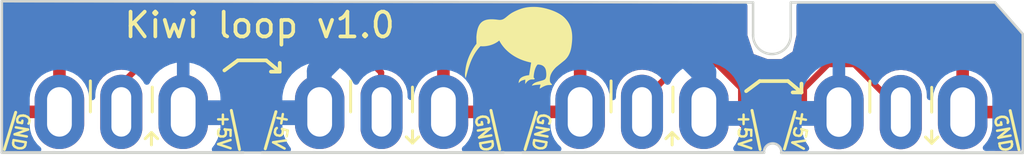
<source format=kicad_pcb>
(kicad_pcb (version 20211014) (generator pcbnew)
  (layers (0 "F.Cu" signal) (31 "B.Cu" signal) (34 "B.Paste" user) (35 "F.Paste" user) (36 "B.SilkS" user "B.Silkscreen") (37 "F.SilkS" user "F.Silkscreen") (38 "B.Mask" user) (39 "F.Mask" user) (44 "Edge.Cuts" user))
  (net 0 "")
  (net 1 "+5V")
  (net 2 "Net-(U4-Pad2)")
  (net 3 "GND")
  (net 4 "Net-(U2-Pad2)")
  (footprint "WS2812B_connector:WS2812B_strip_in" (layer "F.Cu") (at 135.3389 77.3096 180)
    (fp_text reference "U4" hide)
    (fp_text value "WS2812B_fromStrip" hide)
    (fp_text user "+5V" (at -4.1402 -0.254 270 unlocked) (layer "F.SilkS") (effects (font (size 0.5 0.5) (thickness 0.1))))
    (fp_text user "GND" (at 4.064 -0.3048 260 unlocked) (layer "F.SilkS") (effects (font (size 0.5 0.5) (thickness 0.1))))
    (fp_line (start 4.7244 -1.016) (end 4.2672 0.4826) (layer "F.SilkS") (width 0.12))
    (fp_line (start -0.9672 -0.5822) (end -1.2172 -0.3322) (layer "F.SilkS") (width 0.12))
    (fp_line (start -1.2172 -0.3322) (end -1.2172 -0.8322) (layer "F.SilkS") (width 0.12))
    (fp_line (start -4.7752 -1.016) (end -4.445 0.5588) (layer "F.SilkS") (width 0.12))
    (fp_line (start -1.25 0.5) (end -1.25 1.5) (layer "F.SilkS") (width 0.12))
    (fp_line (start 1.25 0.5) (end 1.25 1.75) (layer "F.SilkS") (width 0.12))
    (fp_line (start -1.2172 -0.3322) (end -1.4672 -0.5822) (layer "F.SilkS") (width 0.12))
    (fp_line (start -4.928 -1.143) (end 4.826 -1.143) (layer "Edge.Cuts") (width 0.12))
    (pad "1" thru_hole oval (at -2.5 0.5 180) (size 2 3) (drill oval 1 2) (layers *.Cu *.Mask) (net 1 "+5V"))
    (pad "2" thru_hole oval (at 0 0.5 180) (size 1.7 3) (drill oval 0.8 2) (layers *.Cu *.Mask) (net 2 "Net-(U4-Pad2)"))
    (pad "3" thru_hole oval (at 2.5 0.5 180) (size 2 3) (drill oval 1 2) (layers *.Cu *.Mask) (net 3 "GND"))
  )
  (footprint "WS2812B_connector:WS2812B_strip_out" (layer "F.Cu") (at 145.796 77.3176 180)
    (fp_text reference "U5" hide)
    (fp_text value "WS2812B_toStrip" hide)
    (fp_text user "GND" (at -4.1402 -0.3556 280 unlocked) (layer "F.SilkS") (effects (font (size 0.5 0.5) (thickness 0.1))))
    (fp_text user "+5V" (at 4.064 -0.2286 260 unlocked) (layer "F.SilkS") (effects (font (size 0.5 0.5) (thickness 0.1))))
    (fp_line (start -1.25 0.5) (end -1.25 1.5) (layer "F.SilkS") (width 0.12))
    (fp_line (start -1.25 -0.76) (end -1.25 -0.26) (layer "F.SilkS") (width 0.12))
    (fp_line (start -1.5 -0.51) (end -1.25 -0.76) (layer "F.SilkS") (width 0.12))
    (fp_line (start 4.699 -0.9906) (end 4.2672 0.508) (layer "F.SilkS") (width 0.12))
    (fp_line (start 1.25 0.5) (end 1.25 1.75) (layer "F.SilkS") (width 0.12))
    (fp_line (start -4.7752 -1.016) (end -4.4196 0.5588) (layer "F.SilkS") (width 0.12))
    (fp_line (start -1.25 -0.76) (end -1 -0.51) (layer "F.SilkS") (width 0.12))
    (fp_line (start -4.928 -1.143) (end 4.826 -1.143) (layer "Edge.Cuts") (width 0.12))
    (pad "1" thru_hole oval (at 2.5 0.5 180) (size 2 3) (drill oval 1 2) (layers *.Cu *.Mask) (net 1 "+5V"))
    (pad "2" thru_hole oval (at 0 0.5 180) (size 1.7 3) (drill oval 0.8 2) (layers *.Cu *.Mask) (net 2 "Net-(U4-Pad2)"))
    (pad "3" thru_hole oval (at -2.5 0.5 180) (size 2 3) (drill oval 1 2) (layers *.Cu *.Mask) (net 3 "GND"))
  )
  (footprint "WS2812B_connector:WS2812B_strip_out" (layer "F.Cu") (at 124.8156 77.3096 180)
    (fp_text reference "U7" hide)
    (fp_text value "WS2812B_toStrip" hide)
    (fp_text user "+5V" (at 4.064 -0.2286 260 unlocked) (layer "F.SilkS") (effects (font (size 0.5 0.5) (thickness 0.1))))
    (fp_text user "GND" (at -4.1402 -0.3556 280 unlocked) (layer "F.SilkS") (effects (font (size 0.5 0.5) (thickness 0.1))))
    (fp_line (start 1.25 0.5) (end 1.25 1.75) (layer "F.SilkS") (width 0.12))
    (fp_line (start -1.25 -0.76) (end -1.25 -0.26) (layer "F.SilkS") (width 0.12))
    (fp_line (start -1.25 -0.76) (end -1 -0.51) (layer "F.SilkS") (width 0.12))
    (fp_line (start -4.7752 -1.016) (end -4.4196 0.5588) (layer "F.SilkS") (width 0.12))
    (fp_line (start 4.699 -0.9906) (end 4.2672 0.508) (layer "F.SilkS") (width 0.12))
    (fp_line (start -1.5 -0.51) (end -1.25 -0.76) (layer "F.SilkS") (width 0.12))
    (fp_line (start -1.25 0.5) (end -1.25 1.5) (layer "F.SilkS") (width 0.12))
    (fp_line (start -4.928 -1.143) (end 4.826 -1.143) (layer "Edge.Cuts") (width 0.12))
    (pad "1" thru_hole oval (at 2.5 0.5 180) (size 2 3) (drill oval 1 2) (layers *.Cu *.Mask) (net 1 "+5V"))
    (pad "2" thru_hole oval (at 0 0.5 180) (size 1.7 3) (drill oval 0.8 2) (layers *.Cu *.Mask) (net 4 "Net-(U2-Pad2)"))
    (pad "3" thru_hole oval (at -2.5 0.5 180) (size 2 3) (drill oval 1 2) (layers *.Cu *.Mask) (net 3 "GND"))
  )
  (footprint "WS2812B_connector:WS2812B_strip_in" (layer "F.Cu") (at 114.3 77.3096 180)
    (fp_text reference "U2" hide)
    (fp_text value "WS2812B_fromStrip" hide)
    (fp_text user "+5V" (at -4.1402 -0.254 270 unlocked) (layer "F.SilkS") (effects (font (size 0.5 0.5) (thickness 0.1))))
    (fp_text user "GND" (at 4.064 -0.3048 260 unlocked) (layer "F.SilkS") (effects (font (size 0.5 0.5) (thickness 0.1))))
    (fp_line (start 1.25 0.5) (end 1.25 1.75) (layer "F.SilkS") (width 0.12))
    (fp_line (start -1.2172 -0.3322) (end -1.2172 -0.8322) (layer "F.SilkS") (width 0.12))
    (fp_line (start -1.2172 -0.3322) (end -1.4672 -0.5822) (layer "F.SilkS") (width 0.12))
    (fp_line (start -4.7752 -1.016) (end -4.445 0.5588) (layer "F.SilkS") (width 0.12))
    (fp_line (start -0.9672 -0.5822) (end -1.2172 -0.3322) (layer "F.SilkS") (width 0.12))
    (fp_line (start -1.25 0.5) (end -1.25 1.5) (layer "F.SilkS") (width 0.12))
    (fp_line (start 4.7244 -1.016) (end 4.2672 0.4826) (layer "F.SilkS") (width 0.12))
    (fp_line (start -4.928 -1.143) (end 4.826 -1.143) (layer "Edge.Cuts") (width 0.12))
    (pad "1" thru_hole oval (at -2.5 0.5 180) (size 2 3) (drill oval 1 2) (layers *.Cu *.Mask) (net 1 "+5V"))
    (pad "2" thru_hole oval (at 0 0.5 180) (size 1.7 3) (drill oval 0.8 2) (layers *.Cu *.Mask) (net 4 "Net-(U2-Pad2)"))
    (pad "3" thru_hole oval (at 2.5 0.5 180) (size 2 3) (drill oval 1 2) (layers *.Cu *.Mask) (net 3 "GND"))
  )
  (gr_line (start 141.7828 75.6666) (end 141.7828 76.0222) (layer "F.SilkS") (width 0.15))
  (gr_line (start 120.7008 74.8284) (end 120.7008 75.184) (layer "F.SilkS") (width 0.15))
  (gr_line (start 119.0117 74.7268) (end 120.1547 74.7268) (layer "F.SilkS") (width 0.15))
  (gr_line (start 141.7828 76.0222) (end 141.4272 76.0222) (layer "F.SilkS") (width 0.15))
  (gr_line (start 118.4656 75.1332) (end 119.0117 74.7268) (layer "F.SilkS") (width 0.15))
  (gr_line (start 139.5476 75.9714) (end 140.0937 75.565) (layer "F.SilkS") (width 0.15))
  (gr_line (start 120.7008 75.184) (end 120.3452 75.184) (layer "F.SilkS") (width 0.15))
  (gr_line (start 141.2367 75.565) (end 141.7828 76.0222) (layer "F.SilkS") (width 0.15))
  (gr_poly (pts (xy 131.047937 72.568331) (xy 131.111268 72.571713) (xy 131.179307 72.578448) (xy 131.251291 72.588482) (xy 131.326456 72.601758) (xy 131.404038 72.618222) (xy 131.483273 72.637817) (xy 131.563397 72.660489) (xy 131.643646 72.686183) (xy 131.723257 72.714843) (xy 131.801464 72.746413) (xy 131.877506 72.780839) (xy 131.950617 72.818065) (xy 132.020033 72.858035) (xy 132.084991 72.900695) (xy 132.144727 72.945988) (xy 132.198477 72.993861) (xy 132.247059 73.043729) (xy 132.291945 73.095362) (xy 132.333055 73.149069) (xy 132.370308 73.205155) (xy 132.403622 73.26393) (xy 132.432919 73.325701) (xy 132.458116 73.390775) (xy 132.479134 73.459461) (xy 132.495892 73.532066) (xy 132.508309 73.608898) (xy 132.516304 73.690264) (xy 132.519797 73.776473) (xy 132.518708 73.867832) (xy 132.512955 73.964649) (xy 132.502459 74.067231) (xy 132.487138 74.175886) (xy 132.478475 74.224992) (xy 132.468528 74.271501) (xy 132.457355 74.315522) (xy 132.445017 74.357166) (xy 132.431574 74.39654) (xy 132.417087 74.433755) (xy 132.401615 74.46892) (xy 132.385219 74.502145) (xy 132.36796 74.533537) (xy 132.349896 74.563208) (xy 132.331089 74.591266) (xy 132.311599 74.61782) (xy 132.291486 74.64298) (xy 132.27081 74.666855) (xy 132.228011 74.711188) (xy 131.871056 75.001519) (xy 131.83245 75.040744) (xy 131.797508 75.079178) (xy 131.766097 75.116874) (xy 131.738086 75.153886) (xy 131.713343 75.190264) (xy 131.691736 75.226063) (xy 131.673134 75.261335) (xy 131.657405 75.296132) (xy 131.644416 75.330508) (xy 131.634037 75.364515) (xy 131.626134 75.398205) (xy 131.620578 75.431632) (xy 131.617235 75.464848) (xy 131.615975 75.497906) (xy 131.616664 75.530858) (xy 131.619172 75.563758) (xy 131.620308 75.572492) (xy 131.621858 75.58082) (xy 131.62379 75.588753) (xy 131.626072 75.596305) (xy 131.628672 75.60349) (xy 131.631558 75.610319) (xy 131.634697 75.616807) (xy 131.638057 75.622967) (xy 131.641606 75.628811) (xy 131.645313 75.634353) (xy 131.649144 75.639605) (xy 131.653068 75.644581) (xy 131.657052 75.649294) (xy 131.661065 75.653757) (xy 131.669046 75.661985) (xy 131.676755 75.669369) (xy 131.683933 75.676015) (xy 131.690324 75.682027) (xy 131.69567 75.687509) (xy 131.697871 75.690084) (xy 131.699714 75.692566) (xy 131.701167 75.694968) (xy 131.702198 75.697303) (xy 131.702774 75.699585) (xy 131.702865 75.701825) (xy 131.702437 75.704038) (xy 131.701458 75.706236) (xy 131.699636 75.708963) (xy 131.697503 75.711424) (xy 131.69507 75.71363) (xy 131.69235 75.715596) (xy 131.689353 75.717334) (xy 131.686093 75.718857) (xy 131.678825 75.721311) (xy 131.670643 75.723062) (xy 131.661639 75.724214) (xy 131.651909 75.724871) (xy 131.641546 75.725138) (xy 131.619301 75.724914) (xy 131.59566 75.724375) (xy 131.571376 75.724354) (xy 131.55923 75.724798) (xy 131.547206 75.725683) (xy 131.534136 75.727196) (xy 131.521082 75.729186) (xy 131.508056 75.731625) (xy 131.495073 75.734485) (xy 131.46929 75.741352) (xy 131.443845 75.749562) (xy 131.418849 75.758888) (xy 131.394415 75.769104) (xy 131.370654 75.779983) (xy 131.347677 75.7913) (xy 131.325596 75.802827) (xy 131.304523 75.814339) (xy 131.265846 75.836411) (xy 131.23254 75.855705) (xy 131.218179 75.863744) (xy 131.205496 75.87041) (xy 131.206611 75.859996) (xy 131.207959 75.849636) (xy 131.211284 75.829061) (xy 131.215328 75.808647) (xy 131.219949 75.788356) (xy 131.225004 75.768153) (xy 131.23035 75.747999) (xy 131.241347 75.707691) (xy 131.196509 75.709588) (xy 131.151796 75.712125) (xy 131.107223 75.715484) (xy 131.062803 75.719846) (xy 131.018551 75.725392) (xy 130.97448 75.732304) (xy 130.930604 75.740763) (xy 130.886938 75.750951) (xy 130.894433 75.735807) (xy 130.903037 75.721575) (xy 130.91269 75.708215) (xy 130.923331 75.695686) (xy 130.934899 75.683945) (xy 130.947333 75.672952) (xy 130.960574 75.662666) (xy 130.97456 75.653045) (xy 131.004526 75.635632) (xy 131.036747 75.620384) (xy 131.070737 75.606971) (xy 131.106013 75.595061) (xy 131.142088 75.584326) (xy 131.178478 75.574433) (xy 131.250264 75.555856) (xy 131.284691 75.54651) (xy 131.317493 75.536686) (xy 131.348186 75.526053) (xy 131.376284 75.514281) (xy 131.393239 75.506216) (xy 131.402672 75.500662) (xy 131.412408 75.493619) (xy 131.422197 75.484731) (xy 131.431788 75.473642) (xy 131.440931 75.459996) (xy 131.449375 75.443439) (xy 131.456871 75.423613) (xy 131.463168 75.400164) (xy 131.468015 75.372735) (xy 131.471162 75.340971) (xy 131.472359 75.304515) (xy 131.471355 75.263013) (xy 131.467901 75.216107) (xy 131.461745 75.163443) (xy 131.457202 75.136564) (xy 131.451235 75.111542) (xy 131.443944 75.088312) (xy 131.435434 75.066809) (xy 131.425807 75.046965) (xy 131.415166 75.028717) (xy 131.403614 75.011997) (xy 131.391254 74.996739) (xy 131.378189 74.982879) (xy 131.364522 74.970349) (xy 131.350356 74.959085) (xy 131.335794 74.949019) (xy 131.320939 74.940087) (xy 131.305893 74.932223) (xy 131.290761 74.925359) (xy 131.275643 74.919432) (xy 131.260645 74.914374) (xy 131.245868 74.910119) (xy 131.21739 74.903759) (xy 131.191034 74.899823) (xy 131.167623 74.897785) (xy 131.147981 74.897118) (xy 131.132931 74.897293) (xy 131.119903 74.898066) (xy 131.107975 74.911588) (xy 131.096639 74.925963) (xy 131.085882 74.941122) (xy 131.075688 74.956996) (xy 131.066045 74.973516) (xy 131.056938 74.990612) (xy 131.040276 75.026257) (xy 131.025591 75.063378) (xy 131.01277 75.101421) (xy 131.001702 75.139834) (xy 130.992275 75.178062) (xy 130.984376 75.215552) (xy 130.977894 75.25175) (xy 130.972716 75.286104) (xy 130.968731 75.318059) (xy 130.963891 75.372561) (xy 130.962476 75.410829) (xy 130.962634 75.41361) (xy 130.963093 75.416277) (xy 130.963829 75.418838) (xy 130.964819 75.421301) (xy 130.966039 75.423672) (xy 130.967467 75.42596) (xy 130.969078 75.428171) (xy 130.97085 75.430313) (xy 130.972759 75.432393) (xy 130.974781 75.434419) (xy 130.979073 75.438339) (xy 130.987992 75.445853) (xy 130.992245 75.449566) (xy 130.996111 75.45333) (xy 130.997841 75.455249) (xy 130.999403 75.457203) (xy 131.000776 75.459199) (xy 131.001934 75.461244) (xy 131.002856 75.463347) (xy 131.003517 75.465513) (xy 131.003895 75.467752) (xy 131.003966 75.47007) (xy 131.003705 75.472474) (xy 131.003092 75.474973) (xy 131.0021 75.477573) (xy 131.000709 75.480282) (xy 130.999056 75.482762) (xy 130.997107 75.485002) (xy 130.994874 75.487013) (xy 130.992369 75.488808) (xy 130.989602 75.490399) (xy 130.986587 75.491799) (xy 130.979854 75.494071) (xy 130.972265 75.495722) (xy 130.963913 75.49685) (xy 130.954892 75.497553) (xy 130.945295 75.497926) (xy 130.903022 75.498085) (xy 130.89195 75.498279) (xy 130.880864 75.498728) (xy 130.869858 75.499532) (xy 130.859024 75.500787) (xy 130.841451 75.503943) (xy 130.824164 75.508337) (xy 130.807183 75.513949) (xy 130.79053 75.520759) (xy 130.774225 75.528745) (xy 130.758286 75.537887) (xy 130.742736 75.548165) (xy 130.727593 75.559557) (xy 130.712878 75.572045) (xy 130.698611 75.585606) (xy 130.684812 75.600221) (xy 130.671501 75.615868) (xy 130.658699 75.632528) (xy 130.646426 75.65018) (xy 130.634701 75.668803) (xy 130.623545 75.688376) (xy 130.622121 75.665474) (xy 130.621208 75.642597) (xy 130.62078 75.619736) (xy 130.620817 75.59688) (xy 130.621294 75.574018) (xy 130.622187 75.551138) (xy 130.623475 75.528231) (xy 130.625133 75.505285) (xy 130.585155 75.51438) (xy 130.565637 75.519156) (xy 130.546483 75.524244) (xy 130.527732 75.529763) (xy 130.509421 75.535832) (xy 130.491588 75.542571) (xy 130.474271 75.550099) (xy 130.457507 75.558535) (xy 130.441334 75.568) (xy 130.433481 75.573154) (xy 130.42579 75.578611) (xy 130.418266 75.584384) (xy 130.410913 75.590489) (xy 130.403737 75.59694) (xy 130.396741 75.603753) (xy 130.389931 75.610942) (xy 130.383311 75.618523) (xy 130.376886 75.626509) (xy 130.370661 75.634917) (xy 130.364641 75.64376) (xy 130.35883 75.653055) (xy 130.357484 75.63057) (xy 130.35772 75.609134) (xy 130.359472 75.588723) (xy 130.362676 75.56931) (xy 130.367267 75.550868) (xy 130.373179 75.533373) (xy 130.380348 75.516797) (xy 130.388709 75.501116) (xy 130.398197 75.486302) (xy 130.408746 75.47233) (xy 130.420293 75.459175) (xy 130.432772 75.446809) (xy 130.446118 75.435208) (xy 130.460265 75.424344) (xy 130.475151 75.414192) (xy 130.490708 75.404727) (xy 130.52358 75.38775) (xy 130.558361 75.373205) (xy 130.594533 75.360884) (xy 130.631576 75.35058) (xy 130.66897 75.342085) (xy 130.706195 75.335189) (xy 130.742732 75.329687) (xy 130.778062 75.325368) (xy 130.859024 74.817104) (xy 130.768272 74.797149) (xy 130.681508 74.774511) (xy 130.598657 74.749409) (xy 130.519648 74.722059) (xy 130.444409 74.692679) (xy 130.372866 74.661486) (xy 130.304948 74.628699) (xy 130.240581 74.594534) (xy 130.179694 74.559208) (xy 130.122214 74.52294) (xy 130.068067 74.485946) (xy 130.017183 74.448445) (xy 129.969487 74.410653) (xy 129.924908 74.372789) (xy 129.883373 74.335069) (xy 129.84481 74.29771) (xy 129.809146 74.260932) (xy 129.776308 74.22495) (xy 129.718823 74.156246) (xy 129.671773 74.09334) (xy 129.634578 74.03797) (xy 129.606659 73.991877) (xy 129.587435 73.956799) (xy 129.572753 73.926649) (xy 129.539543 73.952398) (xy 129.506099 73.976214) (xy 129.472505 73.998169) (xy 129.438847 74.018339) (xy 129.405207 74.036795) (xy 129.371672 74.05361) (xy 129.338325 74.068859) (xy 129.305251 74.082613) (xy 129.272534 74.094946) (xy 129.240259 74.105932) (xy 129.20851 74.115644) (xy 129.177372 74.124154) (xy 129.14693 74.131535) (xy 129.117267 74.137862) (xy 129.060619 74.147643) (xy 129.008104 74.154081) (xy 128.960397 74.157762) (xy 128.918176 74.159271) (xy 128.882116 74.159193) (xy 128.831182 74.156619) (xy 128.813002 74.15472) (xy 128.776857 74.192754) (xy 128.742334 74.231674) (xy 128.677954 74.311874) (xy 128.619469 74.394728) (xy 128.566482 74.479643) (xy 128.518602 74.566027) (xy 128.475434 74.653287) (xy 128.436584 74.740832) (xy 128.401657 74.828068) (xy 128.370261 74.914404) (xy 128.342001 74.999246) (xy 128.293313 75.162082) (xy 128.216234 75.44377) (xy 128.21144 75.435892) (xy 128.207138 75.427424) (xy 128.203307 75.418423) (xy 128.199923 75.408942) (xy 128.196964 75.399038) (xy 128.194409 75.388764) (xy 128.192234 75.378176) (xy 128.190419 75.36733) (xy 128.187773 75.345081) (xy 128.186294 75.322456) (xy 128.185803 75.299897) (xy 128.186121 75.277843) (xy 128.18707 75.256735) (xy 128.188472 75.237012) (xy 128.191919 75.203487) (xy 128.19639 75.17244) (xy 128.202768 75.112173) (xy 128.210997 75.053024) (xy 128.220943 74.995045) (xy 128.232471 74.938288) (xy 128.245446 74.882806) (xy 128.259733 74.82865) (xy 128.275198 74.775873) (xy 128.291706 74.724527) (xy 128.309123 74.674664) (xy 128.327314 74.626336) (xy 128.346144 74.579596) (xy 128.365478 74.534495) (xy 128.385181 74.491086) (xy 128.40512 74.44942) (xy 128.445165 74.371529) (xy 128.484533 74.30124) (xy 128.522148 74.238968) (xy 128.556932 74.185132) (xy 128.587808 74.140149) (xy 128.633525 74.07841) (xy 128.65068 74.057089) (xy 128.648576 73.926649) (xy 129.572752 73.926649) (xy 129.572753 73.926649) (xy 129.572752 73.926649) (xy 128.648576 73.926649) (xy 128.646182 73.778218) (xy 128.657026 73.668679) (xy 128.672323 73.569231) (xy 128.681749 73.523209) (xy 128.692417 73.479612) (xy 128.704369 73.438407) (xy 128.717648 73.399562) (xy 128.732298 73.363043) (xy 128.74836 73.328818) (xy 128.765878 73.296854) (xy 128.784894 73.267119) (xy 128.805452 73.239579) (xy 128.827593 73.214203) (xy 128.851362 73.190957) (xy 128.876799 73.169808) (xy 128.903949 73.150725) (xy 128.932855 73.133674) (xy 128.963558 73.118623) (xy 128.996101 73.105538) (xy 129.030528 73.094388) (xy 129.066881 73.085139) (xy 129.105204 73.077758) (xy 129.145538 73.072214) (xy 129.187926 73.068474) (xy 129.232412 73.066504) (xy 129.327846 73.067745) (xy 129.432183 73.075676) (xy 129.545765 73.090037) (xy 129.569568 73.091916) (xy 129.592149 73.092525) (xy 129.613604 73.091912) (xy 129.634028 73.090125) (xy 129.653518 73.08721) (xy 129.672168 73.083218) (xy 129.690075 73.078194) (xy 129.707333 73.072186) (xy 129.724038 73.065243) (xy 129.740285 73.057413) (xy 129.756171 73.048742) (xy 129.771791 73.03928) (xy 129.802613 73.018169) (xy 129.833516 72.994462) (xy 129.898621 72.940792) (xy 129.934351 72.911593) (xy 129.973218 72.881327) (xy 130.015987 72.850377) (xy 130.063421 72.819125) (xy 130.089126 72.803505) (xy 130.116284 72.787953) (xy 130.144991 72.772517) (xy 130.175341 72.757244) (xy 130.236434 72.728339) (xy 130.295116 72.702267) (xy 130.351715 72.67891) (xy 130.406562 72.658149) (xy 130.459986 72.639865) (xy 130.512316 72.62394) (xy 130.563882 72.610255) (xy 130.615012 72.598692) (xy 130.666038 72.589132) (xy 130.717287 72.581456) (xy 130.76909 72.575546) (xy 130.821776 72.571283) (xy 130.875674 72.568549) (xy 130.931114 72.567224) (xy 130.988425 72.567191)) (layer "F.SilkS") (width 0) (fill solid))
  (gr_line (start 120.1547 74.7268) (end 120.7008 75.184) (layer "F.SilkS") (width 0.15))
  (gr_line (start 140.0937 75.565) (end 141.2367 75.565) (layer "F.SilkS") (width 0.15))
  (gr_line (start 119.9896 78.4526) (end 119.228 78.4526) (layer "Edge.Cuts") (width 0.1))
  (gr_line (start 141.351 72.39) (end 149.606 72.39) (layer "Edge.Cuts") (width 0.1))
  (gr_arc (start 141.351 73.7108) (mid 140.589 74.4728) (end 139.827 73.7108) (layer "Edge.Cuts") (width 0.1))
  (gr_line (start 139.827 72.39) (end 139.827 73.7108) (layer "Edge.Cuts") (width 0.1))
  (gr_arc (start 140.2669 78.4526) (mid 140.622721 78.081232) (end 140.97 78.4606) (layer "Edge.Cuts") (width 0.1))
  (gr_line (start 109.474 78.4526) (end 109.474 72.3392) (layer "Edge.Cuts") (width 0.1))
  (gr_line (start 150.7236 73.66) (end 149.606 72.39) (layer "Edge.Cuts") (width 0.1))
  (gr_line (start 150.724 78.4606) (end 150.7236 73.66) (layer "Edge.Cuts") (width 0.1))
  (gr_line (start 141.351 72.39) (end 141.351 73.7108) (layer "Edge.Cuts") (width 0.1))
  (gr_line (start 130.5129 78.4526) (end 129.7436 78.4526) (layer "Edge.Cuts") (width 0.1))
  (gr_line (start 139.827 72.39) (end 109.474 72.3392) (layer "Edge.Cuts") (width 0.1))
  (gr_text "Kiwi loop v1.0" (at 119.888 73.3044) (layer "F.SilkS") (effects (font (size 1 1))))
  (segment (start 122.2979 75.1617) (end 123.0884 74.3712) (width 1) (layer "B.Cu") (net 1))
  (segment (start 137.0076 74.3712) (end 137.8389 75.2025) (width 1) (layer "B.Cu") (net 1))
  (segment (start 116.8 76.843) (end 122.2699 76.843) (width 1) (layer "B.Cu") (net 1))
  (segment (start 122.2979 76.871) (end 122.2979 75.1617) (width 1) (layer "B.Cu") (net 1))
  (segment (start 137.8389 76.871) (end 143.2558 76.871) (width 1) (layer "B.Cu") (net 1))
  (segment (start 123.0884 74.3712) (end 137.0076 74.3712) (width 1) (layer "B.Cu") (net 1))
  (segment (start 137.8389 75.2025) (end 137.8389 76.871) (width 1) (layer "B.Cu") (net 1))
  (segment (start 141.3256 77.5716) (end 141.8844 77.0128) (width 0.25) (layer "F.Cu") (net 2))
  (segment (start 139.3444 75.8444) (end 139.3444 77.2668) (width 0.25) (layer "F.Cu") (net 2))
  (segment (start 143.9164 74.8792) (end 145.796 76.7588) (width 0.25) (layer "F.Cu") (net 2))
  (segment (start 138.3792 74.8792) (end 139.3444 75.8444) (width 0.25) (layer "F.Cu") (net 2))
  (segment (start 141.8844 75.855367) (end 142.860567 74.8792) (width 0.25) (layer "F.Cu") (net 2))
  (segment (start 142.860567 74.8792) (end 143.9164 74.8792) (width 0.25) (layer "F.Cu") (net 2))
  (segment (start 136.8552 74.8792) (end 138.3792 74.8792) (width 0.25) (layer "F.Cu") (net 2))
  (segment (start 141.8844 77.0128) (end 141.8844 75.855367) (width 0.25) (layer "F.Cu") (net 2))
  (segment (start 139.6492 77.5716) (end 141.3256 77.5716) (width 0.25) (layer "F.Cu") (net 2))
  (segment (start 139.3444 77.2668) (end 139.6492 77.5716) (width 0.25) (layer "F.Cu") (net 2))
  (segment (start 135.3389 76.3955) (end 136.8552 74.8792) (width 0.25) (layer "F.Cu") (net 2))
  (segment (start 124.7979 75.2171) (end 124.7979 76.871) (width 0.25) (layer "F.Cu") (net 4))
  (segment (start 114.3 75.692) (end 115.4684 74.5236) (width 0.25) (layer "F.Cu") (net 4))
  (segment (start 115.4684 74.5236) (end 124.1044 74.5236) (width 0.25) (layer "F.Cu") (net 4))
  (segment (start 124.1044 74.5236) (end 124.7979 75.2171) (width 0.25) (layer "F.Cu") (net 4))
  (zone (net 3) (net_name "GND") (layer "F.Cu") (connect_pads (clearance 0)) (min_thickness 0.254) (fill yes (thermal_gap 0.508) (thermal_bridge_width 0.508))
    (polygon (pts (xy 149.6568 72.4408) (xy 150.6728 73.6092) (xy 150.7744 78.3844) (xy 109.5248 78.4352) (xy 109.474 72.39)))
  )
  (zone (net 0) (net_name "") (layers F&B.Cu "Edge.Cuts") (connect_pads (clearance 0)) (min_thickness 0.254)
    (keepout (tracks not_allowed) (vias not_allowed) (pads not_allowed) (copperpour not_allowed) (footprints allowed))
    (fill (thermal_gap 0.508) (thermal_bridge_width 0.508))
    (polygon (pts (xy 141.5796 73.7108) (xy 141.4272 74.3712) (xy 140.97 74.676) (xy 140.4112 74.676) (xy 139.8524 74.4728) (xy 139.5984 73.7108) (xy 139.5984 72.39) (xy 141.5796 72.39)))
  )
  (zone (net 0) (net_name "") (layers "F.Cu" "Edge.Cuts") (connect_pads (clearance 0)) (min_thickness 0.254)
    (keepout (tracks not_allowed) (vias not_allowed) (pads not_allowed) (copperpour not_allowed) (footprints allowed))
    (fill (thermal_gap 0.508) (thermal_bridge_width 0.508))
    (polygon (pts (xy 141.6812 76.8604) (xy 141.2748 77.2668) (xy 139.7 77.2668) (xy 139.5476 77.1652) (xy 139.5476 76.3524) (xy 141.6812 76.3524)))
  )
  (zone (net 1) (net_name "+5V") (layer "B.Cu") (connect_pads (clearance 0)) (min_thickness 0.254) (fill yes (thermal_gap 0.508) (thermal_bridge_width 0.508))
    (polygon (pts (xy 149.7076 72.39) (xy 150.7236 73.7108) (xy 150.7236 78.3844) (xy 109.474 78.486) (xy 109.4232 72.2884)))
  )
)
</source>
